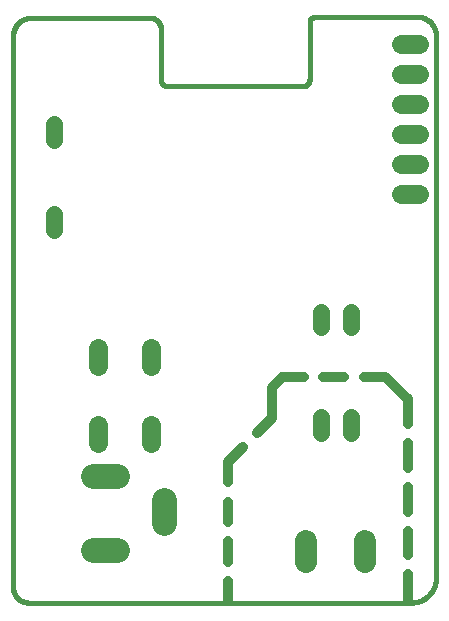
<source format=gbs>
G75*
%MOIN*%
%OFA0B0*%
%FSLAX25Y25*%
%IPPOS*%
%LPD*%
%AMOC8*
5,1,8,0,0,1.08239X$1,22.5*
%
%ADD10C,0.03200*%
%ADD11C,0.01600*%
%ADD12C,0.06400*%
%ADD13C,0.05600*%
%ADD14C,0.07450*%
%ADD15C,0.08274*%
D10*
X0106935Y0044645D02*
X0106935Y0051459D01*
X0106935Y0057859D02*
X0106935Y0064673D01*
X0106935Y0071073D02*
X0106935Y0077887D01*
X0106935Y0084287D02*
X0106935Y0091102D01*
X0111956Y0096122D01*
X0116482Y0100648D02*
X0121502Y0105669D01*
X0121502Y0115905D01*
X0125046Y0119448D01*
X0132196Y0119448D01*
X0138596Y0119448D02*
X0145747Y0119448D01*
X0152147Y0119448D02*
X0159298Y0119448D01*
X0166778Y0111968D01*
X0166778Y0103781D01*
X0166778Y0097381D02*
X0166778Y0089194D01*
X0166778Y0082794D02*
X0166778Y0074606D01*
X0166778Y0068206D02*
X0166778Y0060019D01*
X0166778Y0053619D02*
X0166778Y0045432D01*
D11*
X0035282Y0049369D02*
X0035282Y0233228D01*
X0035281Y0233228D02*
X0035283Y0233380D01*
X0035289Y0233532D01*
X0035299Y0233684D01*
X0035312Y0233835D01*
X0035330Y0233986D01*
X0035351Y0234137D01*
X0035377Y0234287D01*
X0035406Y0234436D01*
X0035439Y0234585D01*
X0035476Y0234732D01*
X0035516Y0234879D01*
X0035561Y0235024D01*
X0035609Y0235168D01*
X0035661Y0235311D01*
X0035716Y0235453D01*
X0035775Y0235593D01*
X0035838Y0235732D01*
X0035904Y0235869D01*
X0035974Y0236004D01*
X0036047Y0236137D01*
X0036124Y0236268D01*
X0036204Y0236398D01*
X0036287Y0236525D01*
X0036373Y0236650D01*
X0036463Y0236773D01*
X0036556Y0236893D01*
X0036652Y0237011D01*
X0036751Y0237127D01*
X0036853Y0237240D01*
X0036957Y0237350D01*
X0037065Y0237458D01*
X0037175Y0237562D01*
X0037288Y0237664D01*
X0037404Y0237763D01*
X0037522Y0237859D01*
X0037642Y0237952D01*
X0037765Y0238042D01*
X0037890Y0238128D01*
X0038017Y0238211D01*
X0038147Y0238291D01*
X0038278Y0238368D01*
X0038411Y0238441D01*
X0038546Y0238511D01*
X0038683Y0238577D01*
X0038822Y0238640D01*
X0038962Y0238699D01*
X0039104Y0238754D01*
X0039247Y0238806D01*
X0039391Y0238854D01*
X0039536Y0238899D01*
X0039683Y0238939D01*
X0039830Y0238976D01*
X0039979Y0239009D01*
X0040128Y0239038D01*
X0040278Y0239064D01*
X0040429Y0239085D01*
X0040580Y0239103D01*
X0040731Y0239116D01*
X0040883Y0239126D01*
X0041035Y0239132D01*
X0041187Y0239134D01*
X0041187Y0239133D02*
X0080951Y0239133D01*
X0081067Y0239131D01*
X0081183Y0239125D01*
X0081298Y0239116D01*
X0081413Y0239103D01*
X0081528Y0239086D01*
X0081642Y0239065D01*
X0081756Y0239040D01*
X0081868Y0239012D01*
X0081979Y0238980D01*
X0082090Y0238945D01*
X0082199Y0238906D01*
X0082307Y0238863D01*
X0082413Y0238817D01*
X0082518Y0238768D01*
X0082621Y0238715D01*
X0082723Y0238658D01*
X0082822Y0238599D01*
X0082919Y0238536D01*
X0083015Y0238470D01*
X0083108Y0238401D01*
X0083199Y0238329D01*
X0083287Y0238254D01*
X0083373Y0238176D01*
X0083456Y0238095D01*
X0083537Y0238012D01*
X0083615Y0237926D01*
X0083690Y0237838D01*
X0083762Y0237747D01*
X0083831Y0237654D01*
X0083897Y0237558D01*
X0083960Y0237461D01*
X0084019Y0237362D01*
X0084076Y0237260D01*
X0084129Y0237157D01*
X0084178Y0237052D01*
X0084224Y0236946D01*
X0084267Y0236838D01*
X0084306Y0236729D01*
X0084341Y0236618D01*
X0084373Y0236507D01*
X0084401Y0236395D01*
X0084426Y0236281D01*
X0084447Y0236167D01*
X0084464Y0236052D01*
X0084477Y0235937D01*
X0084486Y0235822D01*
X0084492Y0235706D01*
X0084494Y0235590D01*
X0084494Y0218661D01*
X0084495Y0218661D02*
X0084497Y0218566D01*
X0084503Y0218471D01*
X0084512Y0218376D01*
X0084526Y0218282D01*
X0084543Y0218189D01*
X0084564Y0218096D01*
X0084588Y0218004D01*
X0084617Y0217913D01*
X0084648Y0217823D01*
X0084684Y0217735D01*
X0084723Y0217648D01*
X0084766Y0217563D01*
X0084811Y0217480D01*
X0084861Y0217399D01*
X0084913Y0217319D01*
X0084969Y0217242D01*
X0085027Y0217167D01*
X0085089Y0217095D01*
X0085154Y0217025D01*
X0085221Y0216958D01*
X0085291Y0216893D01*
X0085363Y0216831D01*
X0085438Y0216773D01*
X0085515Y0216717D01*
X0085595Y0216665D01*
X0085676Y0216615D01*
X0085759Y0216570D01*
X0085844Y0216527D01*
X0085931Y0216488D01*
X0086019Y0216452D01*
X0086109Y0216421D01*
X0086200Y0216392D01*
X0086292Y0216368D01*
X0086385Y0216347D01*
X0086478Y0216330D01*
X0086572Y0216316D01*
X0086667Y0216307D01*
X0086762Y0216301D01*
X0086857Y0216299D01*
X0086857Y0216298D02*
X0131739Y0216298D01*
X0131739Y0216299D02*
X0131834Y0216301D01*
X0131929Y0216307D01*
X0132024Y0216316D01*
X0132118Y0216330D01*
X0132211Y0216347D01*
X0132304Y0216368D01*
X0132396Y0216392D01*
X0132487Y0216421D01*
X0132577Y0216452D01*
X0132665Y0216488D01*
X0132752Y0216527D01*
X0132837Y0216570D01*
X0132920Y0216615D01*
X0133001Y0216665D01*
X0133081Y0216717D01*
X0133158Y0216773D01*
X0133233Y0216831D01*
X0133305Y0216893D01*
X0133375Y0216958D01*
X0133442Y0217025D01*
X0133507Y0217095D01*
X0133569Y0217167D01*
X0133627Y0217242D01*
X0133683Y0217319D01*
X0133735Y0217399D01*
X0133785Y0217480D01*
X0133830Y0217563D01*
X0133873Y0217648D01*
X0133912Y0217735D01*
X0133948Y0217823D01*
X0133979Y0217913D01*
X0134008Y0218004D01*
X0134032Y0218096D01*
X0134053Y0218189D01*
X0134070Y0218282D01*
X0134084Y0218376D01*
X0134093Y0218471D01*
X0134099Y0218566D01*
X0134101Y0218661D01*
X0134101Y0237558D01*
X0134100Y0237558D02*
X0134102Y0237644D01*
X0134107Y0237730D01*
X0134117Y0237815D01*
X0134130Y0237900D01*
X0134147Y0237984D01*
X0134167Y0238068D01*
X0134191Y0238150D01*
X0134219Y0238231D01*
X0134250Y0238312D01*
X0134284Y0238390D01*
X0134322Y0238467D01*
X0134364Y0238543D01*
X0134408Y0238616D01*
X0134456Y0238687D01*
X0134507Y0238757D01*
X0134561Y0238824D01*
X0134617Y0238888D01*
X0134677Y0238950D01*
X0134739Y0239010D01*
X0134803Y0239066D01*
X0134870Y0239120D01*
X0134940Y0239171D01*
X0135011Y0239219D01*
X0135085Y0239263D01*
X0135160Y0239305D01*
X0135237Y0239343D01*
X0135315Y0239377D01*
X0135396Y0239408D01*
X0135477Y0239436D01*
X0135559Y0239460D01*
X0135643Y0239480D01*
X0135727Y0239497D01*
X0135812Y0239510D01*
X0135897Y0239520D01*
X0135983Y0239525D01*
X0136069Y0239527D01*
X0169928Y0239527D01*
X0170085Y0239525D01*
X0170242Y0239519D01*
X0170399Y0239509D01*
X0170555Y0239496D01*
X0170711Y0239478D01*
X0170867Y0239457D01*
X0171022Y0239431D01*
X0171176Y0239402D01*
X0171330Y0239369D01*
X0171482Y0239332D01*
X0171634Y0239292D01*
X0171785Y0239247D01*
X0171934Y0239199D01*
X0172082Y0239147D01*
X0172229Y0239092D01*
X0172375Y0239032D01*
X0172519Y0238970D01*
X0172661Y0238903D01*
X0172802Y0238833D01*
X0172941Y0238760D01*
X0173078Y0238683D01*
X0173213Y0238603D01*
X0173345Y0238519D01*
X0173476Y0238432D01*
X0173605Y0238342D01*
X0173731Y0238249D01*
X0173855Y0238153D01*
X0173977Y0238053D01*
X0174096Y0237951D01*
X0174212Y0237845D01*
X0174326Y0237737D01*
X0174437Y0237626D01*
X0174545Y0237512D01*
X0174651Y0237396D01*
X0174753Y0237277D01*
X0174853Y0237155D01*
X0174949Y0237031D01*
X0175042Y0236905D01*
X0175132Y0236776D01*
X0175219Y0236645D01*
X0175303Y0236513D01*
X0175383Y0236378D01*
X0175460Y0236241D01*
X0175533Y0236102D01*
X0175603Y0235961D01*
X0175670Y0235819D01*
X0175732Y0235675D01*
X0175792Y0235529D01*
X0175847Y0235382D01*
X0175899Y0235234D01*
X0175947Y0235085D01*
X0175992Y0234934D01*
X0176032Y0234782D01*
X0176069Y0234630D01*
X0176102Y0234476D01*
X0176131Y0234322D01*
X0176157Y0234167D01*
X0176178Y0234011D01*
X0176196Y0233855D01*
X0176209Y0233699D01*
X0176219Y0233542D01*
X0176225Y0233385D01*
X0176227Y0233228D01*
X0176227Y0052519D01*
X0176225Y0052319D01*
X0176217Y0052120D01*
X0176205Y0051920D01*
X0176188Y0051721D01*
X0176167Y0051522D01*
X0176140Y0051324D01*
X0176109Y0051127D01*
X0176073Y0050930D01*
X0176032Y0050735D01*
X0175987Y0050540D01*
X0175937Y0050347D01*
X0175882Y0050155D01*
X0175822Y0049964D01*
X0175758Y0049775D01*
X0175690Y0049587D01*
X0175617Y0049401D01*
X0175539Y0049217D01*
X0175457Y0049035D01*
X0175371Y0048855D01*
X0175280Y0048677D01*
X0175185Y0048501D01*
X0175086Y0048327D01*
X0174982Y0048156D01*
X0174875Y0047988D01*
X0174763Y0047822D01*
X0174648Y0047659D01*
X0174529Y0047499D01*
X0174405Y0047342D01*
X0174278Y0047187D01*
X0174148Y0047036D01*
X0174013Y0046888D01*
X0173876Y0046744D01*
X0173734Y0046602D01*
X0173590Y0046465D01*
X0173442Y0046330D01*
X0173291Y0046200D01*
X0173136Y0046073D01*
X0172979Y0045949D01*
X0172819Y0045830D01*
X0172656Y0045715D01*
X0172490Y0045603D01*
X0172322Y0045496D01*
X0172151Y0045392D01*
X0171977Y0045293D01*
X0171801Y0045198D01*
X0171623Y0045107D01*
X0171443Y0045021D01*
X0171261Y0044939D01*
X0171077Y0044861D01*
X0170891Y0044788D01*
X0170703Y0044720D01*
X0170514Y0044656D01*
X0170323Y0044596D01*
X0170131Y0044541D01*
X0169938Y0044491D01*
X0169743Y0044446D01*
X0169548Y0044405D01*
X0169351Y0044369D01*
X0169154Y0044338D01*
X0168956Y0044311D01*
X0168757Y0044290D01*
X0168558Y0044273D01*
X0168358Y0044261D01*
X0168159Y0044253D01*
X0167959Y0044251D01*
X0040400Y0044251D01*
X0040259Y0044253D01*
X0040118Y0044259D01*
X0039977Y0044268D01*
X0039837Y0044282D01*
X0039697Y0044300D01*
X0039558Y0044321D01*
X0039419Y0044346D01*
X0039281Y0044375D01*
X0039144Y0044408D01*
X0039007Y0044444D01*
X0038872Y0044484D01*
X0038738Y0044528D01*
X0038605Y0044576D01*
X0038474Y0044627D01*
X0038344Y0044682D01*
X0038216Y0044741D01*
X0038089Y0044802D01*
X0037964Y0044868D01*
X0037841Y0044937D01*
X0037720Y0045009D01*
X0037601Y0045084D01*
X0037484Y0045163D01*
X0037369Y0045245D01*
X0037256Y0045330D01*
X0037146Y0045418D01*
X0037039Y0045509D01*
X0036934Y0045604D01*
X0036831Y0045701D01*
X0036732Y0045800D01*
X0036635Y0045903D01*
X0036540Y0046008D01*
X0036449Y0046115D01*
X0036361Y0046225D01*
X0036276Y0046338D01*
X0036194Y0046453D01*
X0036115Y0046570D01*
X0036040Y0046689D01*
X0035968Y0046810D01*
X0035899Y0046933D01*
X0035833Y0047058D01*
X0035772Y0047185D01*
X0035713Y0047313D01*
X0035658Y0047443D01*
X0035607Y0047574D01*
X0035559Y0047707D01*
X0035515Y0047841D01*
X0035475Y0047976D01*
X0035439Y0048113D01*
X0035406Y0048250D01*
X0035377Y0048388D01*
X0035352Y0048527D01*
X0035331Y0048666D01*
X0035313Y0048806D01*
X0035299Y0048946D01*
X0035290Y0049087D01*
X0035284Y0049228D01*
X0035282Y0049369D01*
D12*
X0063550Y0097522D02*
X0063550Y0103522D01*
X0063550Y0123122D02*
X0063550Y0129122D01*
X0081350Y0129122D02*
X0081350Y0123122D01*
X0081350Y0103522D02*
X0081350Y0097522D01*
X0164503Y0180302D02*
X0170503Y0180302D01*
X0170503Y0190302D02*
X0164503Y0190302D01*
X0164503Y0200302D02*
X0170503Y0200302D01*
X0170503Y0210302D02*
X0164503Y0210302D01*
X0164503Y0220302D02*
X0170503Y0220302D01*
X0170503Y0230302D02*
X0164503Y0230302D01*
D13*
X0147762Y0141223D02*
X0147762Y0136023D01*
X0137762Y0136023D02*
X0137762Y0141223D01*
X0137762Y0106023D02*
X0137762Y0100823D01*
X0147762Y0100823D02*
X0147762Y0106023D01*
X0048817Y0168545D02*
X0048817Y0173745D01*
X0048817Y0198545D02*
X0048817Y0203745D01*
D14*
X0132920Y0064823D02*
X0132920Y0057773D01*
X0152605Y0057773D02*
X0152605Y0064823D01*
D15*
X0085592Y0070710D02*
X0085592Y0078584D01*
X0069844Y0086458D02*
X0061970Y0086458D01*
X0061970Y0061655D02*
X0069844Y0061655D01*
M02*

</source>
